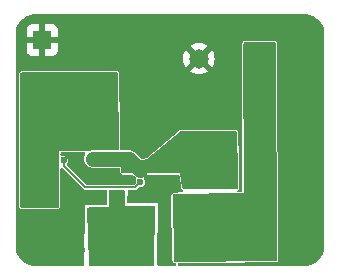
<source format=gbr>
%TF.GenerationSoftware,KiCad,Pcbnew,8.99.0-334-gf341ab9b00*%
%TF.CreationDate,2024-09-09T23:07:31-04:00*%
%TF.ProjectId,Buck Converter,4275636b-2043-46f6-9e76-65727465722e,V1*%
%TF.SameCoordinates,Original*%
%TF.FileFunction,Copper,L4,Bot*%
%TF.FilePolarity,Positive*%
%FSLAX46Y46*%
G04 Gerber Fmt 4.6, Leading zero omitted, Abs format (unit mm)*
G04 Created by KiCad (PCBNEW 8.99.0-334-gf341ab9b00) date 2024-09-09 23:07:31*
%MOMM*%
%LPD*%
G01*
G04 APERTURE LIST*
%TA.AperFunction,ComponentPad*%
%ADD10R,1.650000X1.650000*%
%TD*%
%TA.AperFunction,ComponentPad*%
%ADD11C,1.650000*%
%TD*%
%TA.AperFunction,ViaPad*%
%ADD12C,0.635000*%
%TD*%
%TA.AperFunction,ViaPad*%
%ADD13C,0.600000*%
%TD*%
%TA.AperFunction,Conductor*%
%ADD14C,0.200000*%
%TD*%
%TA.AperFunction,Conductor*%
%ADD15C,1.270000*%
%TD*%
G04 APERTURE END LIST*
D10*
%TO.P,J1,1*%
%TO.N,GND*%
X153175000Y-91925000D03*
D11*
%TO.P,J1,2*%
%TO.N,/V_{IN}*%
X153175000Y-97005000D03*
%TD*%
D10*
%TO.P,J2,1*%
%TO.N,/V_{OUT}*%
X171515000Y-93500000D03*
D11*
%TO.P,J2,2*%
%TO.N,GND*%
X166435000Y-93500000D03*
%TD*%
D12*
%TO.N,/V_{OUT}*%
X170675000Y-109950000D03*
X170725000Y-97025000D03*
X170675000Y-107175000D03*
X170775000Y-100250000D03*
X169175000Y-107175000D03*
X172125000Y-98725000D03*
X166200000Y-109950000D03*
X167625000Y-109950000D03*
X170700000Y-104375000D03*
X164800000Y-105825000D03*
X169175000Y-109975000D03*
X170700000Y-103075000D03*
X164775000Y-107900000D03*
X170700000Y-108500000D03*
X170750000Y-98725000D03*
X172150000Y-95450000D03*
X172100000Y-97025000D03*
X170700000Y-101625000D03*
X169175000Y-105825000D03*
X170675000Y-105775000D03*
X170775000Y-95450000D03*
X169200000Y-108500000D03*
X167075000Y-105825000D03*
%TO.N,/V_{IN}*%
X152275000Y-98725000D03*
X152300000Y-100450000D03*
X157500000Y-98700000D03*
X155550000Y-100500000D03*
X152350000Y-104275000D03*
X157525000Y-100525000D03*
X155550000Y-98725000D03*
X152300000Y-102325000D03*
X157475000Y-96675000D03*
X153750000Y-100450000D03*
X153800000Y-104275000D03*
X153725000Y-98725000D03*
X155550000Y-96675000D03*
X153750000Y-102325000D03*
D13*
%TO.N,GND*%
X176600000Y-105700000D03*
X159825000Y-107750000D03*
X163675000Y-103950000D03*
X160700000Y-105350000D03*
X160200000Y-94550000D03*
X163675000Y-105050000D03*
X163675000Y-106050000D03*
X176575000Y-101025000D03*
X161350000Y-109800000D03*
X161200000Y-94550000D03*
X161450000Y-105350000D03*
X160225000Y-109775000D03*
X158275000Y-109675000D03*
X162925000Y-96625000D03*
X156500000Y-109700000D03*
X176575000Y-103350000D03*
X152650000Y-106600000D03*
X155025000Y-104325000D03*
X151600000Y-107750000D03*
X156550000Y-108100000D03*
X152650000Y-107750000D03*
X162925000Y-95700000D03*
X151600000Y-108850000D03*
X156450000Y-106950000D03*
X151600000Y-106600000D03*
X155025000Y-103550000D03*
X162875000Y-97925000D03*
X176600000Y-108075000D03*
X159000000Y-103500000D03*
X162250000Y-94550000D03*
X162875000Y-98825000D03*
X152650000Y-108850000D03*
%TO.N,Net-(IC1-VCC)*%
X161475000Y-103975000D03*
X154975000Y-102125000D03*
%TO.N,Net-(IC1-SW_1)*%
X164650000Y-102725000D03*
X161425000Y-102900000D03*
X163800000Y-102000000D03*
X157450000Y-102000000D03*
X164600000Y-101150000D03*
%TD*%
D14*
%TO.N,Net-(IC1-VCC)*%
X156800000Y-104400000D02*
X161050000Y-104400000D01*
X154975000Y-102575000D02*
X156800000Y-104400000D01*
X161050000Y-104400000D02*
X161475000Y-103975000D01*
X154975000Y-102125000D02*
X154975000Y-102575000D01*
D15*
%TO.N,Net-(IC1-SW_1)*%
X160525000Y-102000000D02*
X161425000Y-102900000D01*
X157450000Y-102000000D02*
X160525000Y-102000000D01*
%TD*%
%TA.AperFunction,Conductor*%
%TO.N,GND*%
G36*
X160093039Y-104620185D02*
G01*
X160138794Y-104672989D01*
X160150000Y-104724500D01*
X160150000Y-105950000D01*
X162574983Y-105950000D01*
X162642022Y-105969685D01*
X162687777Y-106022489D01*
X162698979Y-106075012D01*
X162659375Y-110926512D01*
X162639144Y-110993389D01*
X162585968Y-111038711D01*
X162535379Y-111049500D01*
X157241579Y-111049500D01*
X157174540Y-111029815D01*
X157128785Y-110977011D01*
X157117633Y-110929161D01*
X156978771Y-106227661D01*
X156996468Y-106160069D01*
X157047898Y-106112776D01*
X157102717Y-106100000D01*
X158825000Y-106100000D01*
X158825000Y-104724500D01*
X158844685Y-104657461D01*
X158897489Y-104611706D01*
X158949000Y-104600500D01*
X160026000Y-104600500D01*
X160093039Y-104620185D01*
G37*
%TD.AperFunction*%
%TD*%
%TA.AperFunction,Conductor*%
%TO.N,GND*%
G36*
X175313194Y-89714715D02*
G01*
X175356362Y-89714714D01*
X175365206Y-89715029D01*
X175593813Y-89731378D01*
X175611312Y-89733894D01*
X175830926Y-89781667D01*
X175847899Y-89786651D01*
X176058478Y-89865192D01*
X176074566Y-89872539D01*
X176271838Y-89980256D01*
X176286703Y-89989810D01*
X176466626Y-90124498D01*
X176479997Y-90136084D01*
X176638915Y-90295002D01*
X176650501Y-90308373D01*
X176785184Y-90488289D01*
X176794745Y-90503165D01*
X176847621Y-90600000D01*
X176902458Y-90700428D01*
X176909807Y-90716521D01*
X176988348Y-90927100D01*
X176993332Y-90944075D01*
X177041103Y-91163679D01*
X177043621Y-91181192D01*
X177059969Y-91409792D01*
X177060285Y-91418637D01*
X177060285Y-91471793D01*
X177060286Y-91471806D01*
X177060286Y-109345572D01*
X177059970Y-109354418D01*
X177043620Y-109583016D01*
X177041102Y-109600529D01*
X176993329Y-109820134D01*
X176988345Y-109837109D01*
X176909803Y-110047688D01*
X176902453Y-110063781D01*
X176794747Y-110261028D01*
X176785182Y-110275911D01*
X176650494Y-110455833D01*
X176638908Y-110469205D01*
X176479993Y-110628119D01*
X176466622Y-110639704D01*
X176286708Y-110774385D01*
X176271824Y-110783951D01*
X176074565Y-110891660D01*
X176058472Y-110899009D01*
X175847897Y-110977549D01*
X175830921Y-110982533D01*
X175611318Y-111030303D01*
X175593806Y-111032821D01*
X175365009Y-111049183D01*
X175356164Y-111049499D01*
X175303206Y-111049499D01*
X175303194Y-111049500D01*
X164767530Y-111049500D01*
X164700491Y-111029815D01*
X164654736Y-110977011D01*
X164644792Y-110907853D01*
X164673817Y-110844297D01*
X164732595Y-110806523D01*
X164766467Y-110801505D01*
X167687895Y-110776464D01*
X172927301Y-110731555D01*
X172949541Y-110728989D01*
X173000598Y-110717509D01*
X173046972Y-110693936D01*
X173099528Y-110647896D01*
X173131396Y-110597715D01*
X173150718Y-110530571D01*
X173154830Y-110500826D01*
X173154625Y-110462940D01*
X173056169Y-92223888D01*
X173056169Y-92223886D01*
X173055433Y-92217430D01*
X173053595Y-92201285D01*
X173041918Y-92149419D01*
X173018094Y-92102781D01*
X173018093Y-92102779D01*
X172971866Y-92050400D01*
X172971860Y-92050394D01*
X172943003Y-92032218D01*
X172921563Y-92018713D01*
X172921560Y-92018712D01*
X172854353Y-91999640D01*
X172854352Y-91999639D01*
X172854349Y-91999639D01*
X172824588Y-91995635D01*
X172824585Y-91995635D01*
X170322148Y-92018384D01*
X170300119Y-92020916D01*
X170300110Y-92020918D01*
X170249512Y-92032218D01*
X170203263Y-92055585D01*
X170150548Y-92101444D01*
X170150547Y-92101445D01*
X170118510Y-92151512D01*
X170098957Y-92218586D01*
X170098956Y-92218590D01*
X170094740Y-92248316D01*
X170119052Y-104696209D01*
X170099498Y-104763287D01*
X170046784Y-104809145D01*
X169995567Y-104820450D01*
X169812949Y-104821208D01*
X169745828Y-104801802D01*
X169699854Y-104749188D01*
X169689624Y-104680072D01*
X169718385Y-104616396D01*
X169741716Y-104595351D01*
X169747940Y-104591028D01*
X169747946Y-104591026D01*
X169799806Y-104544203D01*
X169830918Y-104493547D01*
X169849230Y-104426120D01*
X169852896Y-104396317D01*
X169852434Y-104373702D01*
X169803933Y-101997178D01*
X169757956Y-99744316D01*
X169755333Y-99722994D01*
X169744154Y-99674014D01*
X169721031Y-99628401D01*
X169675276Y-99575597D01*
X169625268Y-99543459D01*
X169558234Y-99523775D01*
X169558230Y-99523774D01*
X169558229Y-99523774D01*
X169528505Y-99519500D01*
X164994593Y-99519500D01*
X164994581Y-99519500D01*
X164988337Y-99519686D01*
X164973550Y-99520569D01*
X164938283Y-99528910D01*
X164874071Y-99556425D01*
X164848430Y-99572064D01*
X162051925Y-101882219D01*
X161997801Y-101908105D01*
X161627689Y-101983809D01*
X161558065Y-101977958D01*
X161515159Y-101950005D01*
X160993857Y-101428702D01*
X160993849Y-101428696D01*
X160928796Y-101385229D01*
X160928795Y-101385229D01*
X160873390Y-101348208D01*
X160873387Y-101348206D01*
X160873386Y-101348206D01*
X160873385Y-101348205D01*
X160739542Y-101292766D01*
X160739530Y-101292763D01*
X160597444Y-101264500D01*
X160597440Y-101264500D01*
X159896627Y-101264500D01*
X159829588Y-101244815D01*
X159783833Y-101192011D01*
X159772634Y-101141787D01*
X159756376Y-99575596D01*
X159706768Y-94796618D01*
X159704245Y-94774752D01*
X159693046Y-94724528D01*
X159669807Y-94678401D01*
X159624052Y-94625597D01*
X159574044Y-94593459D01*
X159507010Y-94573775D01*
X159507006Y-94573774D01*
X159507005Y-94573774D01*
X159477281Y-94569500D01*
X151424271Y-94569500D01*
X151401733Y-94571935D01*
X151349973Y-94583253D01*
X151349972Y-94583254D01*
X151303251Y-94606736D01*
X151250546Y-94652607D01*
X151218518Y-94702686D01*
X151218517Y-94702688D01*
X151198981Y-94769766D01*
X151198980Y-94769769D01*
X151194771Y-94799497D01*
X151219230Y-106001503D01*
X151221666Y-106023811D01*
X151232873Y-106075054D01*
X151244256Y-106097763D01*
X151256204Y-106121599D01*
X151301959Y-106174403D01*
X151351967Y-106206541D01*
X151419006Y-106226226D01*
X151448730Y-106230500D01*
X151448734Y-106230500D01*
X154476000Y-106230500D01*
X154498427Y-106228089D01*
X154549938Y-106216883D01*
X154596599Y-106193526D01*
X154649403Y-106147771D01*
X154681541Y-106097763D01*
X154701226Y-106030724D01*
X154705500Y-106001000D01*
X154705500Y-102888412D01*
X154725185Y-102821373D01*
X154777989Y-102775618D01*
X154847147Y-102765674D01*
X154910703Y-102794699D01*
X154917181Y-102800731D01*
X156686426Y-104569976D01*
X156760118Y-104600500D01*
X156760120Y-104600500D01*
X158543821Y-104600500D01*
X158610860Y-104620185D01*
X158656615Y-104672989D01*
X158667806Y-104726338D01*
X158654581Y-105616594D01*
X158651853Y-105800257D01*
X158631175Y-105866997D01*
X158577697Y-105911962D01*
X158525271Y-105922388D01*
X156775000Y-105885740D01*
X156712907Y-110927027D01*
X156692398Y-110993819D01*
X156639034Y-111038920D01*
X156588916Y-111049500D01*
X152671806Y-111049500D01*
X152671794Y-111049499D01*
X152618637Y-111049499D01*
X152609792Y-111049183D01*
X152381191Y-111032835D01*
X152363679Y-111030317D01*
X152144074Y-110982546D01*
X152127098Y-110977562D01*
X151916515Y-110899020D01*
X151900422Y-110891670D01*
X151703177Y-110783967D01*
X151688293Y-110774403D01*
X151508364Y-110639712D01*
X151495000Y-110628132D01*
X151336072Y-110469205D01*
X151324494Y-110455843D01*
X151189805Y-110275920D01*
X151180240Y-110261036D01*
X151072533Y-110063787D01*
X151065186Y-110047701D01*
X150986636Y-109837103D01*
X150981657Y-109820145D01*
X150933883Y-109600526D01*
X150931366Y-109583020D01*
X150915030Y-109354613D01*
X150914714Y-109345767D01*
X150914714Y-93500000D01*
X165104939Y-93500000D01*
X165125145Y-93730958D01*
X165125147Y-93730968D01*
X165185148Y-93954900D01*
X165185152Y-93954909D01*
X165283133Y-94165030D01*
X165338023Y-94243422D01*
X165911212Y-93670233D01*
X165922482Y-93712292D01*
X165994890Y-93837708D01*
X166097292Y-93940110D01*
X166222708Y-94012518D01*
X166264765Y-94023787D01*
X165691576Y-94596975D01*
X165769969Y-94651867D01*
X165980090Y-94749847D01*
X165980099Y-94749851D01*
X166204031Y-94809852D01*
X166204041Y-94809854D01*
X166434999Y-94830061D01*
X166435001Y-94830061D01*
X166665958Y-94809854D01*
X166665968Y-94809852D01*
X166889900Y-94749851D01*
X166889909Y-94749847D01*
X167100030Y-94651867D01*
X167100034Y-94651865D01*
X167178422Y-94596976D01*
X167178422Y-94596975D01*
X166605235Y-94023787D01*
X166647292Y-94012518D01*
X166772708Y-93940110D01*
X166875110Y-93837708D01*
X166947518Y-93712292D01*
X166958787Y-93670234D01*
X167531975Y-94243422D01*
X167531976Y-94243422D01*
X167586865Y-94165034D01*
X167586867Y-94165030D01*
X167684847Y-93954909D01*
X167684851Y-93954900D01*
X167744852Y-93730968D01*
X167744854Y-93730958D01*
X167765061Y-93500000D01*
X167765061Y-93499999D01*
X167744854Y-93269041D01*
X167744852Y-93269031D01*
X167684851Y-93045099D01*
X167684847Y-93045090D01*
X167586867Y-92834971D01*
X167586866Y-92834969D01*
X167531975Y-92756577D01*
X167531975Y-92756576D01*
X166958787Y-93329764D01*
X166947518Y-93287708D01*
X166875110Y-93162292D01*
X166772708Y-93059890D01*
X166647292Y-92987482D01*
X166605234Y-92976212D01*
X167178422Y-92403023D01*
X167100030Y-92348133D01*
X166889909Y-92250152D01*
X166889900Y-92250148D01*
X166665968Y-92190147D01*
X166665958Y-92190145D01*
X166435001Y-92169939D01*
X166434999Y-92169939D01*
X166204041Y-92190145D01*
X166204031Y-92190147D01*
X165980099Y-92250148D01*
X165980090Y-92250152D01*
X165769967Y-92348134D01*
X165691576Y-92403022D01*
X166264766Y-92976212D01*
X166222708Y-92987482D01*
X166097292Y-93059890D01*
X165994890Y-93162292D01*
X165922482Y-93287708D01*
X165911212Y-93329766D01*
X165338022Y-92756576D01*
X165283134Y-92834967D01*
X165185152Y-93045090D01*
X165185148Y-93045099D01*
X165125147Y-93269031D01*
X165125145Y-93269041D01*
X165104939Y-93499999D01*
X165104939Y-93500000D01*
X150914714Y-93500000D01*
X150914714Y-92797844D01*
X151850000Y-92797844D01*
X151856401Y-92857372D01*
X151856403Y-92857379D01*
X151906645Y-92992086D01*
X151906649Y-92992093D01*
X151992809Y-93107187D01*
X151992812Y-93107190D01*
X152107906Y-93193350D01*
X152107913Y-93193354D01*
X152242620Y-93243596D01*
X152242627Y-93243598D01*
X152302155Y-93249999D01*
X152302172Y-93250000D01*
X152925000Y-93250000D01*
X152925000Y-92415747D01*
X152962708Y-92437518D01*
X153102591Y-92475000D01*
X153247409Y-92475000D01*
X153387292Y-92437518D01*
X153425000Y-92415747D01*
X153425000Y-93250000D01*
X154047828Y-93250000D01*
X154047844Y-93249999D01*
X154107372Y-93243598D01*
X154107379Y-93243596D01*
X154242086Y-93193354D01*
X154242093Y-93193350D01*
X154357187Y-93107190D01*
X154357190Y-93107187D01*
X154443350Y-92992093D01*
X154443354Y-92992086D01*
X154493596Y-92857379D01*
X154493598Y-92857372D01*
X154499999Y-92797844D01*
X154500000Y-92797827D01*
X154500000Y-92175000D01*
X153665748Y-92175000D01*
X153687518Y-92137292D01*
X153725000Y-91997409D01*
X153725000Y-91852591D01*
X153687518Y-91712708D01*
X153665748Y-91675000D01*
X154500000Y-91675000D01*
X154500000Y-91052172D01*
X154499999Y-91052155D01*
X154493598Y-90992627D01*
X154493596Y-90992620D01*
X154443354Y-90857913D01*
X154443350Y-90857906D01*
X154357190Y-90742812D01*
X154357187Y-90742809D01*
X154242093Y-90656649D01*
X154242086Y-90656645D01*
X154107379Y-90606403D01*
X154107372Y-90606401D01*
X154047844Y-90600000D01*
X153425000Y-90600000D01*
X153425000Y-91434252D01*
X153387292Y-91412482D01*
X153247409Y-91375000D01*
X153102591Y-91375000D01*
X152962708Y-91412482D01*
X152925000Y-91434252D01*
X152925000Y-90600000D01*
X152302155Y-90600000D01*
X152242627Y-90606401D01*
X152242620Y-90606403D01*
X152107913Y-90656645D01*
X152107906Y-90656649D01*
X151992812Y-90742809D01*
X151992809Y-90742812D01*
X151906649Y-90857906D01*
X151906645Y-90857913D01*
X151856403Y-90992620D01*
X151856401Y-90992627D01*
X151850000Y-91052155D01*
X151850000Y-91675000D01*
X152684252Y-91675000D01*
X152662482Y-91712708D01*
X152625000Y-91852591D01*
X152625000Y-91997409D01*
X152662482Y-92137292D01*
X152684252Y-92175000D01*
X151850000Y-92175000D01*
X151850000Y-92797844D01*
X150914714Y-92797844D01*
X150914714Y-91461809D01*
X150914715Y-91461806D01*
X150914714Y-91418636D01*
X150915030Y-91409792D01*
X150924665Y-91275061D01*
X150931379Y-91181184D01*
X150933894Y-91163689D01*
X150981668Y-90944069D01*
X150986651Y-90927100D01*
X151055388Y-90742809D01*
X151065193Y-90716517D01*
X151072536Y-90700438D01*
X151180260Y-90503155D01*
X151189806Y-90488302D01*
X151324503Y-90308366D01*
X151336077Y-90295009D01*
X151495009Y-90136077D01*
X151508366Y-90124503D01*
X151688302Y-89989806D01*
X151703155Y-89980260D01*
X151900438Y-89872536D01*
X151916517Y-89865193D01*
X152127103Y-89786649D01*
X152144069Y-89781668D01*
X152363689Y-89733894D01*
X152381184Y-89731379D01*
X152609794Y-89715029D01*
X152618636Y-89714714D01*
X152661806Y-89714715D01*
X152661809Y-89714714D01*
X175313191Y-89714714D01*
X175313194Y-89714715D01*
G37*
%TD.AperFunction*%
%TA.AperFunction,Conductor*%
G36*
X164741362Y-103350185D02*
G01*
X164787117Y-103402989D01*
X164797215Y-103437957D01*
X164930979Y-104431626D01*
X164930979Y-104431628D01*
X164934170Y-104446786D01*
X164934180Y-104446826D01*
X164944273Y-104481777D01*
X164944274Y-104481780D01*
X164944275Y-104481781D01*
X164965901Y-104521599D01*
X165011656Y-104574403D01*
X165061664Y-104606541D01*
X165069124Y-104611335D01*
X165067626Y-104613665D01*
X165109689Y-104650107D01*
X165129379Y-104717145D01*
X165109700Y-104784186D01*
X165056900Y-104829945D01*
X165005894Y-104841154D01*
X164325217Y-104843978D01*
X164325203Y-104843979D01*
X164302126Y-104846634D01*
X164302103Y-104846638D01*
X164249171Y-104858752D01*
X164249166Y-104858753D01*
X164249165Y-104858754D01*
X164249163Y-104858754D01*
X164249163Y-104858755D01*
X164202234Y-104883078D01*
X164150234Y-104929745D01*
X164150230Y-104929751D01*
X164118972Y-104980301D01*
X164100457Y-105047667D01*
X164096700Y-105077464D01*
X164192377Y-110578933D01*
X164192378Y-110578944D01*
X164195073Y-110600871D01*
X164206704Y-110651187D01*
X164206706Y-110651193D01*
X164230358Y-110697197D01*
X164276561Y-110749603D01*
X164276564Y-110749606D01*
X164276566Y-110749607D01*
X164326845Y-110781315D01*
X164326844Y-110781315D01*
X164394040Y-110800421D01*
X164394048Y-110800423D01*
X164394052Y-110800424D01*
X164410283Y-110802615D01*
X164474085Y-110831093D01*
X164512363Y-110889544D01*
X164512963Y-110959412D01*
X164475695Y-111018512D01*
X164412391Y-111048082D01*
X164393690Y-111049500D01*
X163052304Y-111049500D01*
X162985265Y-111029815D01*
X162939510Y-110977011D01*
X162928305Y-110925009D01*
X162948980Y-105735741D01*
X162948979Y-105735741D01*
X162948978Y-105735740D01*
X160458731Y-105749273D01*
X160391585Y-105729953D01*
X160345544Y-105677399D01*
X160334361Y-105616597D01*
X160397574Y-104715818D01*
X160421904Y-104650323D01*
X160477781Y-104608376D01*
X160521270Y-104600500D01*
X161089880Y-104600500D01*
X161089882Y-104600500D01*
X161163574Y-104569976D01*
X161325055Y-104408493D01*
X161386376Y-104375009D01*
X161432130Y-104373702D01*
X161475000Y-104380492D01*
X161475000Y-104380491D01*
X161475001Y-104380492D01*
X161475003Y-104380492D01*
X161600300Y-104360647D01*
X161600301Y-104360647D01*
X161600302Y-104360646D01*
X161600304Y-104360646D01*
X161713342Y-104303050D01*
X161803050Y-104213342D01*
X161860646Y-104100304D01*
X161860646Y-104100302D01*
X161860647Y-104100301D01*
X161860647Y-104100300D01*
X161880492Y-103975003D01*
X161880492Y-103974996D01*
X161860647Y-103849699D01*
X161860647Y-103849698D01*
X161860646Y-103849696D01*
X161803050Y-103736658D01*
X161803046Y-103736654D01*
X161803045Y-103736652D01*
X161787191Y-103720798D01*
X161753706Y-103659475D01*
X161758690Y-103589783D01*
X161800562Y-103533850D01*
X161805981Y-103530015D01*
X161893854Y-103471300D01*
X161893857Y-103471297D01*
X161998336Y-103366819D01*
X162059659Y-103333334D01*
X162086017Y-103330500D01*
X164674323Y-103330500D01*
X164741362Y-103350185D01*
G37*
%TD.AperFunction*%
%TA.AperFunction,Conductor*%
G36*
X156781000Y-101450185D02*
G01*
X156826755Y-101502989D01*
X156836699Y-101572147D01*
X156817063Y-101623391D01*
X156798211Y-101651604D01*
X156798204Y-101651616D01*
X156742766Y-101785457D01*
X156742763Y-101785469D01*
X156714500Y-101927555D01*
X156714500Y-102072444D01*
X156742763Y-102214530D01*
X156742766Y-102214542D01*
X156798204Y-102348383D01*
X156798211Y-102348396D01*
X156878699Y-102468853D01*
X156878702Y-102468857D01*
X156981142Y-102571297D01*
X156981146Y-102571300D01*
X157101603Y-102651788D01*
X157101616Y-102651795D01*
X157190410Y-102688574D01*
X157235462Y-102707235D01*
X157377555Y-102735499D01*
X157377559Y-102735500D01*
X157377560Y-102735500D01*
X159645500Y-102735500D01*
X159712539Y-102755185D01*
X159758294Y-102807989D01*
X159769500Y-102859500D01*
X159769500Y-103101002D01*
X159771910Y-103123426D01*
X159783117Y-103174938D01*
X159806474Y-103221600D01*
X159852229Y-103274403D01*
X159902237Y-103306541D01*
X159969276Y-103326226D01*
X159999000Y-103330500D01*
X160763984Y-103330500D01*
X160831023Y-103350185D01*
X160851660Y-103366814D01*
X160922803Y-103437957D01*
X160956147Y-103471301D01*
X161076603Y-103551788D01*
X161076612Y-103551793D01*
X161088601Y-103556759D01*
X161143004Y-103600600D01*
X161165069Y-103666894D01*
X161149700Y-103727106D01*
X161151381Y-103727963D01*
X161146951Y-103736656D01*
X161146950Y-103736658D01*
X161126522Y-103776749D01*
X161089352Y-103849698D01*
X161089352Y-103849699D01*
X161069508Y-103974996D01*
X161069508Y-103974997D01*
X161069508Y-103975000D01*
X161075423Y-104012352D01*
X161076297Y-104017867D01*
X161067341Y-104087161D01*
X161041505Y-104124943D01*
X161003269Y-104163180D01*
X160941947Y-104196666D01*
X160915587Y-104199500D01*
X156934412Y-104199500D01*
X156867373Y-104179815D01*
X156846731Y-104163181D01*
X155262652Y-102579102D01*
X155229167Y-102517779D01*
X155234151Y-102448087D01*
X155262653Y-102403739D01*
X155303046Y-102363346D01*
X155303050Y-102363342D01*
X155360646Y-102250304D01*
X155360646Y-102250302D01*
X155360647Y-102250301D01*
X155360647Y-102250300D01*
X155380492Y-102125003D01*
X155380492Y-102124996D01*
X155360647Y-101999699D01*
X155360647Y-101999698D01*
X155349570Y-101977958D01*
X155303050Y-101886658D01*
X155303046Y-101886654D01*
X155303045Y-101886652D01*
X155213347Y-101796954D01*
X155213344Y-101796952D01*
X155213342Y-101796950D01*
X155100304Y-101739354D01*
X155100303Y-101739353D01*
X155100300Y-101739352D01*
X154975003Y-101719508D01*
X154975001Y-101719508D01*
X154975000Y-101719508D01*
X154916432Y-101728784D01*
X154848897Y-101739480D01*
X154779603Y-101730524D01*
X154726152Y-101685527D01*
X154705513Y-101618776D01*
X154705500Y-101617006D01*
X154705500Y-101554500D01*
X154725185Y-101487461D01*
X154777989Y-101441706D01*
X154829500Y-101430500D01*
X156713961Y-101430500D01*
X156781000Y-101450185D01*
G37*
%TD.AperFunction*%
%TD*%
%TA.AperFunction,Conductor*%
%TO.N,Net-(IC1-SW_1)*%
G36*
X169595544Y-99644685D02*
G01*
X169641299Y-99697489D01*
X169652478Y-99746469D01*
X169723469Y-103225000D01*
X169747418Y-104398470D01*
X169729106Y-104465897D01*
X169677246Y-104512720D01*
X169623444Y-104525000D01*
X165158427Y-104525000D01*
X165091388Y-104505315D01*
X165045633Y-104452511D01*
X165035535Y-104417543D01*
X164875000Y-103225000D01*
X159999000Y-103225000D01*
X159931961Y-103205315D01*
X159886206Y-103152511D01*
X159875000Y-103101000D01*
X159875000Y-102551204D01*
X159894685Y-102484165D01*
X159947489Y-102438410D01*
X159974150Y-102429719D01*
X162075000Y-102000000D01*
X164915620Y-99653401D01*
X164979841Y-99625881D01*
X164994593Y-99625000D01*
X169528505Y-99625000D01*
X169595544Y-99644685D01*
G37*
%TD.AperFunction*%
%TD*%
%TA.AperFunction,Conductor*%
%TO.N,/V_{OUT}*%
G36*
X172892761Y-92120205D02*
G01*
X172938994Y-92172591D01*
X172950671Y-92224457D01*
X173049332Y-110501395D01*
X173030010Y-110568539D01*
X172977454Y-110614579D01*
X172926397Y-110626059D01*
X164422906Y-110698946D01*
X164355700Y-110679837D01*
X164309494Y-110627427D01*
X164297862Y-110577110D01*
X164202184Y-105075629D01*
X164220700Y-105008262D01*
X164272700Y-104961595D01*
X164325647Y-104949478D01*
X170225000Y-104925000D01*
X170200240Y-92248115D01*
X170219794Y-92181039D01*
X170272508Y-92135181D01*
X170323109Y-92123880D01*
X172825547Y-92101131D01*
X172892761Y-92120205D01*
G37*
%TD.AperFunction*%
%TD*%
%TA.AperFunction,Conductor*%
%TO.N,/V_{IN}*%
G36*
X159544320Y-94694685D02*
G01*
X159590075Y-94747489D01*
X159601274Y-94797713D01*
X159667102Y-101139213D01*
X159648115Y-101206453D01*
X159595788Y-101252754D01*
X159543109Y-101264500D01*
X157377555Y-101264500D01*
X157235469Y-101292762D01*
X157235460Y-101292765D01*
X157180427Y-101315561D01*
X157132975Y-101325000D01*
X154600000Y-101325000D01*
X154600000Y-101949033D01*
X154590231Y-101989725D01*
X154592368Y-101990420D01*
X154589352Y-101999698D01*
X154569508Y-102124996D01*
X154569508Y-102125003D01*
X154589352Y-102250299D01*
X154592370Y-102259586D01*
X154590230Y-102260281D01*
X154600000Y-102300968D01*
X154600000Y-106001000D01*
X154580315Y-106068039D01*
X154527511Y-106113794D01*
X154476000Y-106125000D01*
X151448730Y-106125000D01*
X151381691Y-106105315D01*
X151335936Y-106052511D01*
X151324730Y-106001271D01*
X151300271Y-94799271D01*
X151319809Y-94732188D01*
X151372513Y-94686318D01*
X151424271Y-94675000D01*
X159477281Y-94675000D01*
X159544320Y-94694685D01*
G37*
%TD.AperFunction*%
%TD*%
M02*

</source>
